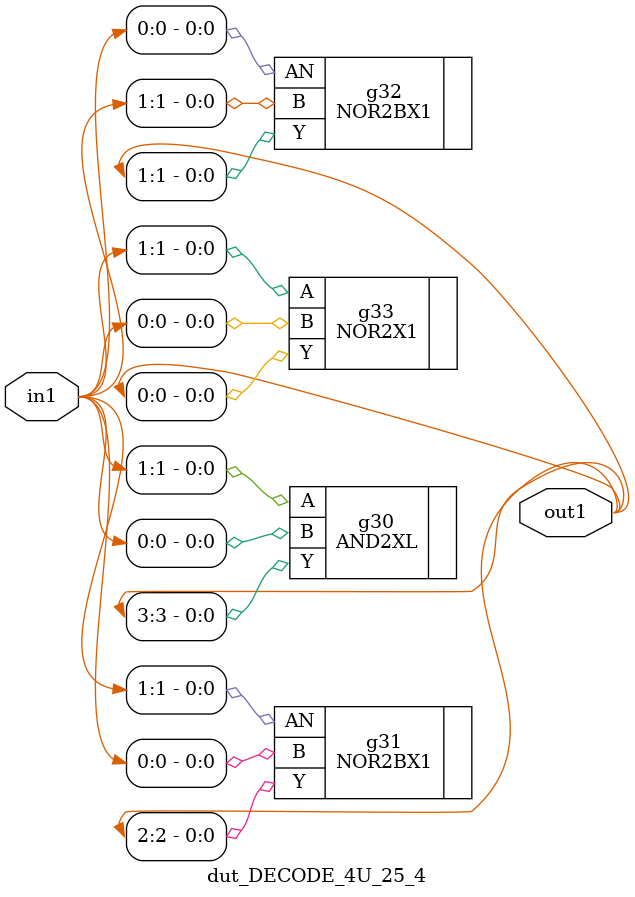
<source format=v>
`timescale 1ps / 1ps


module dut_DECODE_4U_25_4(in1, out1);
  input [1:0] in1;
  output [3:0] out1;
  wire [1:0] in1;
  wire [3:0] out1;
  AND2XL g30(.A (in1[1]), .B (in1[0]), .Y (out1[3]));
  NOR2BX1 g31(.AN (in1[1]), .B (in1[0]), .Y (out1[2]));
  NOR2BX1 g32(.AN (in1[0]), .B (in1[1]), .Y (out1[1]));
  NOR2X1 g33(.A (in1[1]), .B (in1[0]), .Y (out1[0]));
endmodule


</source>
